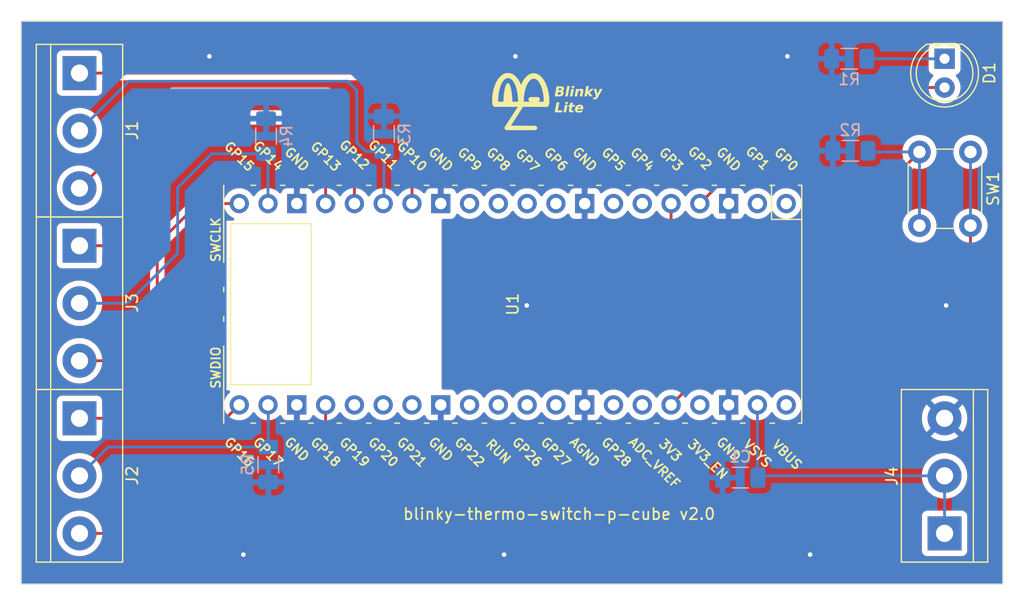
<source format=kicad_pcb>
(kicad_pcb (version 20221018) (generator pcbnew)
  (layers (0 "F.Cu" signal) (31 "B.Cu" signal) (34 "B.Paste" user) (35 "F.Paste" user) (36 "B.SilkS" user "B.Silkscreen") (37 "F.SilkS" user "F.Silkscreen") (38 "B.Mask" user) (39 "F.Mask" user) (44 "Edge.Cuts" user))
  (net 0 "")
  (net 1 "GND")
  (net 2 "Net-(J4-Pin_1)")
  (net 3 "Net-(D1-K)")
  (net 4 "Net-(D1-A)")
  (net 5 "Net-(J1-Pin_1)")
  (net 6 "Net-(J1-Pin_2)")
  (net 7 "Net-(J2-Pin_1)")
  (net 8 "Net-(J2-Pin_2)")
  (net 9 "Net-(J3-Pin_1)")
  (net 10 "Net-(J3-Pin_2)")
  (net 11 "Net-(U1-GPIO3)")
  (net 12 "Net-(U1-3V3)")
  (net 21 "Net-(J1-Pin_3)")
  (net 22 "Net-(J2-Pin_3)")
  (net 23 "Net-(J3-Pin_3)")
  (footprint "TerminalBlock:TerminalBlock_bornier-3_P5.08mm" (layer "F.Cu") (at 105.537 69.723 -90)
    (fp_text reference "J3" (at 5.05 -4.65 90) (layer "F.SilkS"))
    (fp_text value "Screw_Terminal_01x03")
    (pad "1" thru_hole rect (at 0 0 270) (size 3 3) (drill 1.52) (layers "*.Cu" "*.Mask") (net 9 "Net-(J3-Pin_1)"))
    (pad "2" thru_hole circle (at 5.08 0 270) (size 3 3) (drill 1.52) (layers "*.Cu" "*.Mask") (net 10 "Net-(J3-Pin_2)"))
    (pad "3" thru_hole circle (at 10.16 0 270) (size 3 3) (drill 1.52) (layers "*.Cu" "*.Mask") (net 23 "Net-(J3-Pin_3)"))
  )
  (footprint "TerminalBlock:TerminalBlock_bornier-3_P5.08mm" (layer "F.Cu") (at 105.537 84.963 -90)
    (fp_text reference "J2" (at 5.05 -4.65 90) (layer "F.SilkS"))
    (fp_text value "Screw_Terminal_01x03")
    (pad "1" thru_hole rect (at 0 0 270) (size 3 3) (drill 1.52) (layers "*.Cu" "*.Mask") (net 7 "Net-(J2-Pin_1)"))
    (pad "2" thru_hole circle (at 5.08 0 270) (size 3 3) (drill 1.52) (layers "*.Cu" "*.Mask") (net 8 "Net-(J2-Pin_2)"))
    (pad "3" thru_hole circle (at 10.16 0 270) (size 3 3) (drill 1.52) (layers "*.Cu" "*.Mask") (net 22 "Net-(J2-Pin_3)"))
  )
  (footprint "Button_Switch_THT:SW_PUSH_6mm" (layer "F.Cu") (at 184.15 61.445 -90)
    (fp_text reference "SW1" (at 3.25 -2 90) (layer "F.SilkS"))
    (fp_text value "SW_Push")
    (pad "1" thru_hole circle (at 0 0) (size 2 2) (drill 1.1) (layers "*.Cu" "*.Mask") (net 12 "Net-(U1-3V3)"))
    (pad "1" thru_hole circle (at 6.5 0) (size 2 2) (drill 1.1) (layers "*.Cu" "*.Mask") (net 12 "Net-(U1-3V3)"))
    (pad "2" thru_hole circle (at 0 4.5) (size 2 2) (drill 1.1) (layers "*.Cu" "*.Mask") (net 11 "Net-(U1-GPIO3)"))
    (pad "2" thru_hole circle (at 6.5 4.5) (size 2 2) (drill 1.1) (layers "*.Cu" "*.Mask") (net 11 "Net-(U1-GPIO3)"))
  )
  (footprint "LED_THT:LED_D5.0mm" (layer "F.Cu") (at 181.864 53.213 -90)
    (fp_text reference "D1" (at 1.27 -3.96 90) (layer "F.SilkS"))
    (fp_text value "LED")
    (pad "1" thru_hole rect (at 0 0 270) (size 1.8 1.8) (drill 0.9) (layers "*.Cu" "*.Mask") (net 3 "Net-(D1-K)"))
    (pad "2" thru_hole circle (at 2.54 0 270) (size 1.8 1.8) (drill 0.9) (layers "*.Cu" "*.Mask") (net 4 "Net-(D1-A)"))
  )
  (footprint "TerminalBlock:TerminalBlock_bornier-3_P5.08mm" (layer "F.Cu") (at 105.537 54.483 -90)
    (fp_text reference "J1" (at 5.05 -4.65 90) (layer "F.SilkS"))
    (fp_text value "Screw_Terminal_01x03")
    (pad "1" thru_hole rect (at 0 0 270) (size 3 3) (drill 1.52) (layers "*.Cu" "*.Mask") (net 5 "Net-(J1-Pin_1)"))
    (pad "2" thru_hole circle (at 5.08 0 270) (size 3 3) (drill 1.52) (layers "*.Cu" "*.Mask") (net 6 "Net-(J1-Pin_2)"))
    (pad "3" thru_hole circle (at 10.16 0 270) (size 3 3) (drill 1.52) (layers "*.Cu" "*.Mask") (net 21 "Net-(J1-Pin_3)"))
  )
  (footprint "MCU_RaspberryPi_and_Boards:RPi_Pico_SMD_TH" (layer "F.Cu") (at 143.764 74.89 -90)
    (fp_text reference "U1" (at 0 0 90) (layer "F.SilkS"))
    (fp_text value "Pico")
    (fp_text user "GP26" (at 13.054 -1.27 135) (layer "F.SilkS") (effects (font (size 0.8 0.8))))
    (fp_text user "GP15" (at -13.054 24.13 135) (layer "F.SilkS") (effects (font (size 0.8 0.8))))
    (fp_text user "GP1" (at -12.9 -21.6 135) (layer "F.SilkS") (effects (font (size 0.8 0.8))))
    (fp_text user "GP28" (at 13.054 -9.144 135) (layer "F.SilkS") (effects (font (size 0.8 0.8))))
    (fp_text user "GND" (at -12.8 -19.05 135) (layer "F.SilkS") (effects (font (size 0.8 0.8))))
    (fp_text user "GP20" (at 13.054 11.43 135) (layer "F.SilkS") (effects (font (size 0.8 0.8))))
    (fp_text user "GP27" (at 13.054 -3.8 135) (layer "F.SilkS") (effects (font (size 0.8 0.8))))
    (fp_text user "SWCLK" (at -5.7 26.2 90) (layer "F.SilkS") (effects (font (size 0.8 0.8))))
    (fp_text user "GND" (at 12.8 6.35 135) (layer "F.SilkS") (effects (font (size 0.8 0.8))))
    (fp_text user "GP21" (at 13.054 8.9 135) (layer "F.SilkS") (effects (font (size 0.8 0.8))))
    (fp_text user "AGND" (at 13.054 -6.35 135) (layer "F.SilkS") (effects (font (size 0.8 0.8))))
    (fp_text user "GP19" (at 13.054 13.97 135) (layer "F.SilkS") (effects (font (size 0.8 0.8))))
    (fp_text user "GP5" (at -12.8 -8.89 135) (layer "F.SilkS") (effects (font (size 0.8 0.8))))
    (fp_text user "GP6" (at -12.8 -3.81 135) (layer "F.SilkS") (effects (font (size 0.8 0.8))))
    (fp_text user "GP12" (at -13.2 13.97 135) (layer "F.SilkS") (effects (font (size 0.8 0.8))))
    (fp_text user "GP14" (at -13.1 21.59 135) (layer "F.SilkS") (effects (font (size 0.8 0.8))))
    (fp_text user "GND" (at 12.8 -19.05 135) (layer "F.SilkS") (effects (font (size 0.8 0.8))))
    (fp_text user "GND" (at 12.8 19.05 135) (layer "F.SilkS") (effects (font (size 0.8 0.8))))
    (fp_text user "GP4" (at -12.8 -11.43 135) (layer "F.SilkS") (effects (font (size 0.8 0.8))))
    (fp_text user "GP2" (at -12.9 -16.51 135) (layer "F.SilkS") (effects (font (size 0.8 0.8))))
    (fp_text user "GP0" (at -12.8 -24.13 135) (layer "F.SilkS") (effects (font (size 0.8 0.8))))
    (fp_text user "GP13" (at -13.054 16.51 135) (layer "F.SilkS") (effects (font (size 0.8 0.8))))
    (fp_text user "GP11" (at -13.2 11.43 135) (layer "F.SilkS") (effects (font (size 0.8 0.8))))
    (fp_text user "3V3" (at 12.9 -13.9 135) (layer "F.SilkS") (effects (font (size 0.8 0.8))))
    (fp_text user "GP9" (at -12.8 3.81 135) (layer "F.SilkS") (effects (font (size 0.8 0.8))))
    (fp_text user "GP8" (at -12.8 1.27 135) (layer "F.SilkS") (effects (font (size 0.8 0.8))))
    (fp_text user "3V3_EN" (at 13.7 -17.2 135) (layer "F.SilkS") (effects (font (size 0.8 0.8))))
    (fp_text user "GP22" (at 13.054 3.81 135) (layer "F.SilkS") (effects (font (size 0.8 0.8))))
    (fp_text user "GND" (at -12.8 6.35 135) (layer "F.SilkS") (effects (font (size 0.8 0.8))))
    (fp_text user "GND" (at -12.8 -6.35 135) (layer "F.SilkS") (effects (font (size 0.8 0.8))))
    (fp_text user "GP10" (at -13.054 8.89 135) (layer "F.SilkS") (effects (font (size 0.8 0.8))))
    (fp_text user "GP17" (at 13.054 21.59 135) (layer "F.SilkS") (effects (font (size 0.8 0.8))))
    (fp_text user "VSYS" (at 13.2 -21.59 135) (layer "F.SilkS") (effects (font (size 0.8 0.8))))
    (fp_text user "GP16" (at 13.054 24.13 135) (layer "F.SilkS") (effects (font (size 0.8 0.8))))
    (fp_text user "GND" (at -12.8 19.05 135) (layer "F.SilkS") (effects (font (size 0.8 0.8))))
    (fp_text user "RUN" (at 13 1.27 135) (layer "F.SilkS") (effects (font (size 0.8 0.8))))
    (fp_text user "ADC_VREF" (at 14 -12.5 135) (layer "F.SilkS") (effects (font (size 0.8 0.8))))
    (fp_text user "GP3" (at -12.8 -13.97 135) (layer "F.SilkS") (effects (font (size 0.8 0.8))))
    (fp_text user "SWDIO" (at 5.6 26.2 90) (layer "F.SilkS") (effects (font (size 0.8 0.8))))
    (fp_text user "VBUS" (at 13.3 -24.2 135) (layer "F.SilkS") (effects (font (size 0.8 0.8))))
    (fp_text user "GP7" (at -12.7 -1.3 135) (layer "F.SilkS") (effects (font (size 0.8 0.8))))
    (fp_text user "GP18" (at 13.054 16.51 135) (layer "F.SilkS") (effects (font (size 0.8 0.8))))
    (pad "1" thru_hole oval (at -8.89 -24.13 270) (size 1.7 1.7) (drill 1.02) (layers "*.Cu" "*.Mask"))
    (pad "2" thru_hole oval (at -8.89 -21.59 270) (size 1.7 1.7) (drill 1.02) (layers "*.Cu" "*.Mask"))
    (pad "3" thru_hole rect (at -8.89 -19.05 270) (size 1.7 1.7) (drill 1.02) (layers "*.Cu" "*.Mask") (net 1 "GND"))
    (pad "4" thru_hole oval (at -8.89 -16.51 270) (size 1.7 1.7) (drill 1.02) (layers "*.Cu" "*.Mask") (net 4 "Net-(D1-A)"))
    (pad "5" thru_hole oval (at -8.89 -13.97 270) (size 1.7 1.7) (drill 1.02) (layers "*.Cu" "*.Mask") (net 11 "Net-(U1-GPIO3)"))
    (pad "6" thru_hole oval (at -8.89 -11.43 270) (size 1.7 1.7) (drill 1.02) (layers "*.Cu" "*.Mask"))
    (pad "7" thru_hole oval (at -8.89 -8.89 270) (size 1.7 1.7) (drill 1.02) (layers "*.Cu" "*.Mask"))
    (pad "8" thru_hole rect (at -8.89 -6.35 270) (size 1.7 1.7) (drill 1.02) (layers "*.Cu" "*.Mask") (net 1 "GND"))
    (pad "9" thru_hole oval (at -8.89 -3.81 270) (size 1.7 1.7) (drill 1.02) (layers "*.Cu" "*.Mask"))
    (pad "10" thru_hole oval (at -8.89 -1.27 270) (size 1.7 1.7) (drill 1.02) (layers "*.Cu" "*.Mask"))
    (pad "11" thru_hole oval (at -8.89 1.27 270) (size 1.7 1.7) (drill 1.02) (layers "*.Cu" "*.Mask"))
    (pad "12" thru_hole oval (at -8.89 3.81 270) (size 1.7 1.7) (drill 1.02) (layers "*.Cu" "*.Mask"))
    (pad "13" thru_hole rect (at -8.89 6.35 270) (size 1.7 1.7) (drill 1.02) (layers "*.Cu" "*.Mask") (net 1 "GND"))
    (pad "14" thru_hole oval (at -8.89 8.89 270) (size 1.7 1.7) (drill 1.02) (layers "*.Cu" "*.Mask") (net 5 "Net-(J1-Pin_1)"))
    (pad "15" thru_hole oval (at -8.89 11.43 270) (size 1.7 1.7) (drill 1.02) (layers "*.Cu" "*.Mask") (net 6 "Net-(J1-Pin_2)"))
    (pad "16" thru_hole oval (at -8.89 13.97 270) (size 1.7 1.7) (drill 1.02) (layers "*.Cu" "*.Mask") (net 21 "Net-(J1-Pin_3)"))
    (pad "17" thru_hole oval (at -8.89 16.51 270) (size 1.7 1.7) (drill 1.02) (layers "*.Cu" "*.Mask") (net 9 "Net-(J3-Pin_1)"))
    (pad "18" thru_hole rect (at -8.89 19.05 270) (size 1.7 1.7) (drill 1.02) (layers "*.Cu" "*.Mask") (net 1 "GND"))
    (pad "19" thru_hole oval (at -8.89 21.59 270) (size 1.7 1.7) (drill 1.02) (layers "*.Cu" "*.Mask") (net 10 "Net-(J3-Pin_2)"))
    (pad "20" thru_hole oval (at -8.89 24.13 270) (size 1.7 1.7) (drill 1.02) (layers "*.Cu" "*.Mask") (net 23 "Net-(J3-Pin_3)"))
    (pad "21" thru_hole oval (at 8.89 24.13 270) (size 1.7 1.7) (drill 1.02) (layers "*.Cu" "*.Mask") (net 7 "Net-(J2-Pin_1)"))
    (pad "22" thru_hole oval (at 8.89 21.59 270) (size 1.7 1.7) (drill 1.02) (layers "*.Cu" "*.Mask") (net 8 "Net-(J2-Pin_2)"))
    (pad "23" thru_hole rect (at 8.89 19.05 270) (size 1.7 1.7) (drill 1.02) (layers "*.Cu" "*.Mask") (net 1 "GND"))
    (pad "24" thru_hole oval (at 8.89 16.51 270) (size 1.7 1.7) (drill 1.02) (layers "*.Cu" "*.Mask") (net 22 "Net-(J2-Pin_3)"))
    (pad "25" thru_hole oval (at 8.89 13.97 270) (size 1.7 1.7) (drill 1.02) (layers "*.Cu" "*.Mask"))
    (pad "26" thru_hole oval (at 8.89 11.43 270) (size 1.7 1.7) (drill 1.02) (layers "*.Cu" "*.Mask"))
    (pad "27" thru_hole oval (at 8.89 8.89 270) (size 1.7 1.7) (drill 1.02) (layers "*.Cu" "*.Mask"))
    (pad "28" thru_hole rect (at 8.89 6.35 270) (size 1.7 1.7) (drill 1.02) (layers "*.Cu" "*.Mask") (net 1 "GND"))
    (pad "29" thru_hole oval (at 8.89 3.81 270) (size 1.7 1.7) (drill 1.02) (layers "*.Cu" "*.Mask"))
    (pad "30" thru_hole oval (at 8.89 1.27 270) (size 1.7 1.7) (drill 1.02) (layers "*.Cu" "*.Mask"))
    (pad "31" thru_hole oval (at 8.89 -1.27 270) (size 1.7 1.7) (drill 1.02) (layers "*.Cu" "*.Mask"))
    (pad "32" thru_hole oval (at 8.89 -3.81 270) (size 1.7 1.7) (drill 1.02) (layers "*.Cu" "*.Mask"))
    (pad "33" thru_hole rect (at 8.89 -6.35 270) (size 1.7 1.7) (drill 1.02) (layers "*.Cu" "*.Mask") (net 1 "GND"))
    (pad "34" thru_hole oval (at 8.89 -8.89 270) (size 1.7 1.7) (drill 1.02) (layers "*.Cu" "*.Mask"))
    (pad "35" thru_hole oval (at 8.89 -11.43 270) (size 1.7 1.7) (drill 1.02) (layers "*.Cu" "*.Mask"))
    (pad "36" thru_hole oval (at 8.89 -13.97 270) (size 1.7 1.7) (drill 1.02) (layers "*.Cu" "*.Mask") (net 12 "Net-(U1-3V3)"))
    (pad "37" thru_hole oval (at 8.89 -16.51 270) (size 1.7 1.7) (drill 1.02) (layers "*.Cu" "*.Mask"))
    (pad "38" thru_hole rect (at 8.89 -19.05 270) (size 1.7 1.7) (drill 1.02) (layers "*.Cu" "*.Mask") (net 1 "GND"))
    (pad "39" thru_hole oval (at 8.89 -21.59 270) (size 1.7 1.7) (drill 1.02) (layers "*.Cu" "*.Mask") (net 2 "Net-(J4-Pin_1)"))
    (pad "40" thru_hole oval (at 8.89 -24.13 270) (size 1.7 1.7) (drill 1.02) (layers "*.Cu" "*.Mask"))
  )
  (footprint "blinkyLiteLogo:blinkyLiteLogo" (layer "F.Cu") (at 147 57)
    (fp_text reference "G***" hide)
    (fp_text value "LOGO" hide)
  )
  (footprint "TerminalBlock:TerminalBlock_bornier-3_P5.08mm" (layer "F.Cu") (at 181.864 95.123 90)
    (fp_text reference "J4" (at 5.05 -4.65 90) (layer "F.SilkS"))
    (fp_text value "Screw_Terminal_01x03")
    (pad "1" thru_hole rect (at 0 0 90) (size 3 3) (drill 1.52) (layers "*.Cu" "*.Mask") (net 2 "Net-(J4-Pin_1)"))
    (pad "2" thru_hole circle (at 5.08 0 90) (size 3 3) (drill 1.52) (layers "*.Cu" "*.Mask") (net 2 "Net-(J4-Pin_1)"))
    (pad "3" thru_hole circle (at 10.16 0 90) (size 3 3) (drill 1.52) (layers "*.Cu" "*.Mask") (net 1 "GND"))
  )
  (footprint "Resistor_SMD:R_1206_3216Metric_Pad1.30x1.75mm_HandSolder" (layer "B.Cu") (at 173.456 53.213)
    (fp_text reference "R1" (at 0 1.82) (layer "B.SilkS") (effects (justify mirror)))
    (fp_text value "220")
    (pad "1" smd roundrect (at -1.55 0) (size 1.3 1.75) (layers "B.Cu" "B.Paste" "B.Mask") (roundrect_rratio 0.192308) (net 1 "GND"))
    (pad "2" smd roundrect (at 1.55 0) (size 1.3 1.75) (layers "B.Cu" "B.Paste" "B.Mask") (roundrect_rratio 0.192308) (net 3 "Net-(D1-K)"))
  )
  (footprint "Capacitor_SMD:C_1206_3216Metric_Pad1.33x1.80mm_HandSolder" (layer "B.Cu") (at 163.8375 90.2 180)
    (fp_text reference "C1" (at 0 1.85) (layer "B.SilkS") (effects (justify mirror)))
    (fp_text value "1uF")
    (pad "1" smd roundrect (at -1.5625 0 180) (size 1.325 1.8) (layers "B.Cu" "B.Paste" "B.Mask") (roundrect_rratio 0.188679) (net 2 "Net-(J4-Pin_1)"))
    (pad "2" smd roundrect (at 1.5625 0 180) (size 1.325 1.8) (layers "B.Cu" "B.Paste" "B.Mask") (roundrect_rratio 0.188679) (net 1 "GND"))
  )
  (footprint "Resistor_SMD:R_1206_3216Metric_Pad1.30x1.75mm_HandSolder" (layer "B.Cu") (at 122 60.05 90)
    (fp_text reference "R4" (at 0 1.82 90) (layer "B.SilkS") (effects (justify mirror)))
    (fp_text value "10k")
    (pad "1" smd roundrect (at -1.55 0 90) (size 1.3 1.75) (layers "B.Cu" "B.Paste" "B.Mask") (roundrect_rratio 0.192308) (net 10 "Net-(J3-Pin_2)"))
    (pad "2" smd roundrect (at 1.55 0 90) (size 1.3 1.75) (layers "B.Cu" "B.Paste" "B.Mask") (roundrect_rratio 0.192308) (net 1 "GND"))
  )
  (footprint "Resistor_SMD:R_1206_3216Metric_Pad1.30x1.75mm_HandSolder" (layer "B.Cu") (at 122.2 89.05 -90)
    (fp_text reference "R5" (at 0 1.82 90) (layer "B.SilkS") (effects (justify mirror)))
    (fp_text value "10k")
    (pad "1" smd roundrect (at -1.55 0 270) (size 1.3 1.75) (layers "B.Cu" "B.Paste" "B.Mask") (roundrect_rratio 0.192308) (net 8 "Net-(J2-Pin_2)"))
    (pad "2" smd roundrect (at 1.55 0 270) (size 1.3 1.75) (layers "B.Cu" "B.Paste" "B.Mask") (roundrect_rratio 0.192308) (net 1 "GND"))
  )
  (footprint "Resistor_SMD:R_1206_3216Metric_Pad1.30x1.75mm_HandSolder" (layer "B.Cu") (at 173.556 61.341 180)
    (fp_text reference "R2" (at 0 1.82) (layer "B.SilkS") (effects (justify mirror)))
    (fp_text value "10k")
    (pad "1" smd roundrect (at -1.55 0 180) (size 1.3 1.75) (layers "B.Cu" "B.Paste" "B.Mask") (roundrect_rratio 0.192308) (net 11 "Net-(U1-GPIO3)"))
    (pad "2" smd roundrect (at 1.55 0 180) (size 1.3 1.75) (layers "B.Cu" "B.Paste" "B.Mask") (roundrect_rratio 0.192308) (net 1 "GND"))
  )
  (footprint "Resistor_SMD:R_1206_3216Metric_Pad1.30x1.75mm_HandSolder" (layer "B.Cu") (at 132.4 59.85 90)
    (fp_text reference "R3" (at 0 1.82 90) (layer "B.SilkS") (effects (justify mirror)))
    (fp_text value "10k")
    (pad "1" smd roundrect (at -1.55 0 90) (size 1.3 1.75) (layers "B.Cu" "B.Paste" "B.Mask") (roundrect_rratio 0.192308) (net 6 "Net-(J1-Pin_2)"))
    (pad "2" smd roundrect (at 1.55 0 90) (size 1.3 1.75) (layers "B.Cu" "B.Paste" "B.Mask") (roundrect_rratio 0.192308) (net 1 "GND"))
  )
  (gr_rect (start 100.4 49.9) (end 187 99.6) (stroke (width 0.1)) (fill none) (layer "Edge.Cuts"))
  (gr_text "blinky-thermo-switch-p-cube v2.0" (at 134 94) (layer "F.SilkS") (effects (font (size 1 1)) (justify left bottom)))
  (via (at 168 53) (size 0.8) (drill 0.4) (layers "F.Cu" "B.Cu") (net 1))
  (via (at 145 75) (size 0.8) (drill 0.4) (layers "F.Cu" "B.Cu") (net 1))
  (via (at 117 53) (size 0.8) (drill 0.4) (layers "F.Cu" "B.Cu") (net 1))
  (via (at 143 97) (size 0.8) (drill 0.4) (layers "F.Cu" "B.Cu") (net 1))
  (via (at 182 75) (size 0.8) (drill 0.4) (layers "F.Cu" "B.Cu") (net 1))
  (via (at 120 97) (size 0.8) (drill 0.4) (layers "F.Cu" "B.Cu") (net 1))
  (via (at 144 53) (size 0.8) (drill 0.4) (layers "F.Cu" "B.Cu") (net 1))
  (via (at 170 97) (size 0.8) (drill 0.4) (layers "F.Cu" "B.Cu") (net 1))
  (segment (start 181.864 90.043) (end 165.557 90.043) (width 0.25) (layer "B.Cu") (net 2))
  (segment (start 165.354 83.78) (end 165.354 90.154) (width 0.25) (layer "B.Cu") (net 2))
  (segment (start 165.354 90.154) (end 165.4 90.2) (width 0.25) (layer "B.Cu") (net 2))
  (segment (start 165.557 90.043) (end 165.4 90.2) (width 0.25) (layer "B.Cu") (net 2))
  (segment (start 181.864 95.123) (end 181.864 90.043) (width 0.25) (layer "B.Cu") (net 2))
  (segment (start 175.006 53.213) (end 181.864 53.213) (width 0.25) (layer "B.Cu") (net 3))
  (segment (start 160.274 66) (end 170.521 55.753) (width 0.25) (layer "F.Cu") (net 4))
  (segment (start 170.521 55.753) (end 181.864 55.753) (width 0.25) (layer "F.Cu") (net 4))
  (segment (start 133.483 54.483) (end 105.537 54.483) (width 0.25) (layer "F.Cu") (net 5))
  (segment (start 134.874 55.874) (end 133.483 54.483) (width 0.25) (layer "F.Cu") (net 5))
  (segment (start 134.874 66) (end 134.874 55.874) (width 0.25) (layer "F.Cu") (net 5))
  (segment (start 130 56) (end 129.2 55.2) (width 0.25) (layer "B.Cu") (net 6))
  (segment (start 132.4 65.934) (end 132.334 66) (width 0.25) (layer "B.Cu") (net 6))
  (segment (start 129.2 55.2) (end 109.9 55.2) (width 0.25) (layer "B.Cu") (net 6))
  (segment (start 132.4 61.4) (end 130.8 61.4) (width 0.25) (layer "B.Cu") (net 6))
  (segment (start 130 60.6) (end 130 56) (width 0.25) (layer "B.Cu") (net 6))
  (segment (start 130.8 61.4) (end 130 60.6) (width 0.25) (layer "B.Cu") (net 6))
  (segment (start 132.4 61.4) (end 132.4 65.934) (width 0.25) (layer "B.Cu") (net 6))
  (segment (start 109.9 55.2) (end 105.537 59.563) (width 0.25) (layer "B.Cu") (net 6))
  (segment (start 105.537 84.963) (end 118.451 84.963) (width 0.25) (layer "F.Cu") (net 7))
  (segment (start 118.451 84.963) (end 119.634 83.78) (width 0.25) (layer "F.Cu") (net 7))
  (segment (start 108.08 87.5) (end 105.537 90.043) (width 0.25) (layer "B.Cu") (net 8))
  (segment (start 122.2 87.5) (end 122.2 83.806) (width 0.25) (layer "B.Cu") (net 8))
  (segment (start 122.2 87.5) (end 108.08 87.5) (width 0.25) (layer "B.Cu") (net 8))
  (segment (start 122.2 83.806) (end 122.174 83.78) (width 0.25) (layer "B.Cu") (net 8))
  (segment (start 109.477 69.723) (end 105.537 69.723) (width 0.25) (layer "F.Cu") (net 9))
  (segment (start 127.254 66) (end 127.254 60.254) (width 0.25) (layer "F.Cu") (net 9))
  (segment (start 127.254 60.254) (end 125.4 58.4) (width 0.25) (layer "F.Cu") (net 9))
  (segment (start 111.8 62) (end 111.8 67.4) (width 0.25) (layer "F.Cu") (net 9))
  (segment (start 115.4 58.4) (end 111.8 62) (width 0.25) (layer "F.Cu") (net 9))
  (segment (start 111.8 67.4) (end 109.477 69.723) (width 0.25) (layer "F.Cu") (net 9))
  (segment (start 125.4 58.4) (end 115.4 58.4) (width 0.25) (layer "F.Cu") (net 9))
  (segment (start 122.174 66) (end 122.174 61.774) (width 0.25) (layer "B.Cu") (net 10))
  (segment (start 117.2 61.6) (end 114.2 64.6) (width 0.25) (layer "B.Cu") (net 10))
  (segment (start 109.797 74.803) (end 105.537 74.803) (width 0.25) (layer "B.Cu") (net 10))
  (segment (start 114.2 64.6) (end 114.2 70.4) (width 0.25) (layer "B.Cu") (net 10))
  (segment (start 114.2 70.4) (end 109.797 74.803) (width 0.25) (layer "B.Cu") (net 10))
  (segment (start 122 61.6) (end 117.2 61.6) (width 0.25) (layer "B.Cu") (net 10))
  (segment (start 122.174 61.774) (end 122 61.6) (width 0.25) (layer "B.Cu") (net 10))
  (segment (start 159 69.6) (end 171.495 69.6) (width 0.25) (layer "F.Cu") (net 11))
  (segment (start 171.495 69.6) (end 179.65 61.445) (width 0.25) (layer "F.Cu") (net 11))
  (segment (start 157.734 66) (end 157.734 68.334) (width 0.25) (layer "F.Cu") (net 11))
  (segment (start 157.734 68.334) (end 159 69.6) (width 0.25) (layer "F.Cu") (net 11))
  (segment (start 175.21 61.445) (end 179.65 61.445) (width 0.25) (layer "B.Cu") (net 11))
  (segment (start 179.65 61.445) (end 179.65 67.945) (width 0.25) (layer "B.Cu") (net 11))
  (segment (start 175.106 61.341) (end 175.21 61.445) (width 0.25) (layer "B.Cu") (net 11))
  (segment (start 184.15 69.45) (end 184.15 67.945) (width 0.25) (layer "F.Cu") (net 12))
  (segment (start 157.734 83.78) (end 160.014 81.5) (width 0.25) (layer "F.Cu") (net 12))
  (segment (start 160.014 81.5) (end 172.1 81.5) (width 0.25) (layer "F.Cu") (net 12))
  (segment (start 172.1 81.5) (end 184.15 69.45) (width 0.25) (layer "F.Cu") (net 12))
  (segment (start 184.15 61.445) (end 184.15 67.945) (width 0.25) (layer "B.Cu") (net 12))
  (segment (start 128.2 57.2) (end 127.4 56.4) (width 0.25) (layer "F.Cu") (net 21))
  (segment (start 129.794 66) (end 129.794 62.594) (width 0.25) (layer "F.Cu") (net 21))
  (segment (start 113.78 56.4) (end 105.537 64.643) (width 0.25) (layer "F.Cu") (net 21))
  (segment (start 127.4 56.4) (end 113.78 56.4) (width 0.25) (layer "F.Cu") (net 21))
  (segment (start 128.2 61) (end 128.2 57.2) (width 0.25) (layer "F.Cu") (net 21))
  (segment (start 129.794 62.594) (end 128.2 61) (width 0.25) (layer "F.Cu") (net 21))
  (segment (start 105.537 95.123) (end 124.477 95.123) (width 0.25) (layer "F.Cu") (net 22))
  (segment (start 127.254 92.346) (end 127.254 83.78) (width 0.25) (layer "F.Cu") (net 22))
  (segment (start 124.477 95.123) (end 127.254 92.346) (width 0.25) (layer "F.Cu") (net 22))
  (segment (start 106.023 95.123) (end 105.537 95.123) (width 0.25) (layer "B.Cu") (net 22))
  (segment (start 119.634 66) (end 116 66) (width 0.25) (layer "F.Cu") (net 23))
  (segment (start 116 66) (end 112.4 69.6) (width 0.25) (layer "F.Cu") (net 23))
  (segment (start 112.4 69.6) (end 112.4 76.4) (width 0.25) (layer "F.Cu") (net 23))
  (segment (start 108.917 79.883) (end 105.537 79.883) (width 0.25) (layer "F.Cu") (net 23))
  (segment (start 112.4 76.4) (end 108.917 79.883) (width 0.25) (layer "F.Cu") (net 23))
  (zone (net 1) (net_name "GND") (layer "F.Cu") (connect_pads (clearance 0.508)) (min_thickness 0.254) (fill yes (thermal_gap 0.508) (thermal_bridge_width 0.508))
    (polygon (pts (xy 188 101) (xy 99 101) (xy 99 49) (xy 188 49)))
  )
  (zone (net 0) (net_name "") (layers "F&B.Cu" "Edge.Cuts") (connect_pads (clearance 0)) (min_thickness 0.254)
    (keepout (tracks not_allowed) (vias not_allowed) (pads not_allowed) (copperpour not_allowed) (footprints allowed))
    (fill (thermal_gap 0.508) (thermal_bridge_width 0.508))
    (polygon (pts (xy 137.5 82.5) (xy 118.5 82.5) (xy 118.5 67.5) (xy 137.5 67.5)))
  )
  (zone (net 1) (net_name "GND") (layer "B.Cu") (connect_pads (clearance 0.508)) (min_thickness 0.254) (fill yes (thermal_gap 0.508) (thermal_bridge_width 0.508))
    (polygon (pts (xy 188 101) (xy 99 101) (xy 99 49) (xy 188 49)))
  )
)
</source>
